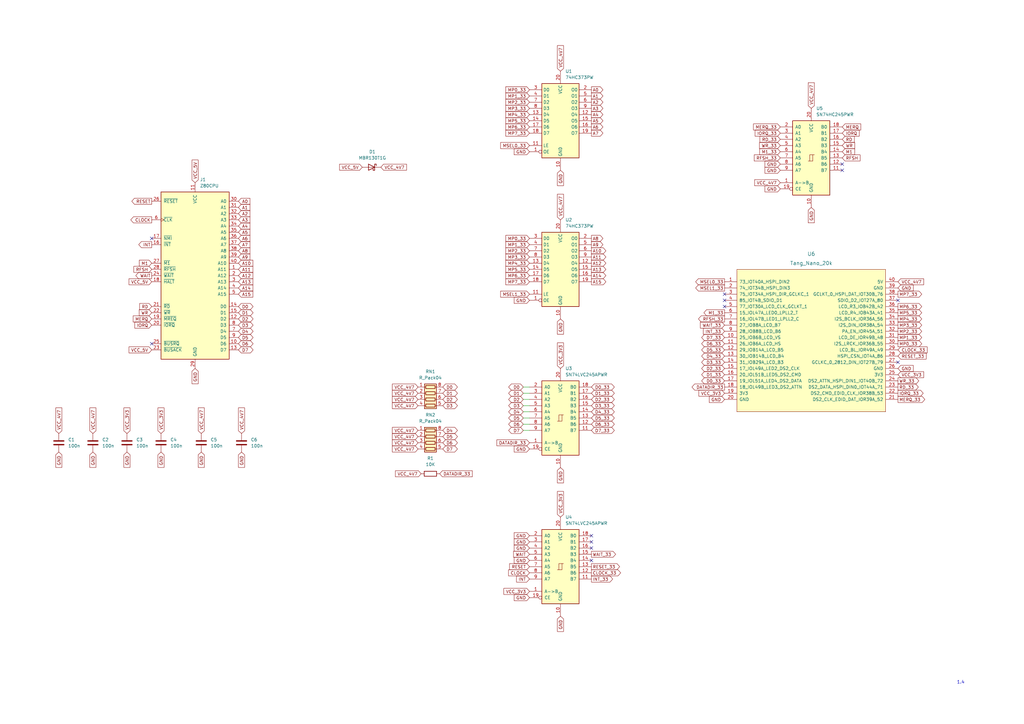
<source format=kicad_sch>
(kicad_sch (version 20211123) (generator eeschema)
  (paper "A3")
  (title_block (title "MSX-Tang Nano 9K Breakout") (date "2023-03-01"))
  (lib_symbols
    (symbol "74xx:74HC245" (pin_names (offset 1.016))
      (property "Reference" "U" (at -7.62 16.51 0))
      (property "Value" "74HC245" (at -7.62 -16.51 0))
      (symbol "74HC245_1_0"
        (polyline (pts (xy -0.635 -1.27) (xy -0.635 1.27) (xy 0.635 1.27)))
        (polyline (pts (xy -1.27 -1.27) (xy 0.635 -1.27) (xy 0.635 1.27) (xy 1.27 1.27)))
        (pin input line (at -12.7 -10.16 0) (length 5.08) (name "A->B") (number "1"))
        (pin power_in line (at 0 -20.32 90) (length 5.08) (name "GND") (number "10"))
        (pin tri_state line (at 12.7 -5.08 180) (length 5.08) (name "B7") (number "11"))
        (pin tri_state line (at 12.7 -2.54 180) (length 5.08) (name "B6") (number "12"))
        (pin tri_state line (at 12.7 0 180) (length 5.08) (name "B5") (number "13"))
        (pin tri_state line (at 12.7 2.54 180) (length 5.08) (name "B4") (number "14"))
        (pin tri_state line (at 12.7 5.08 180) (length 5.08) (name "B3") (number "15"))
        (pin tri_state line (at 12.7 7.62 180) (length 5.08) (name "B2") (number "16"))
        (pin tri_state line (at 12.7 10.16 180) (length 5.08) (name "B1") (number "17"))
        (pin tri_state line (at 12.7 12.7 180) (length 5.08) (name "B0") (number "18"))
        (pin input inverted (at -12.7 -12.7 0) (length 5.08) (name "CE") (number "19"))
        (pin tri_state line (at -12.7 12.7 0) (length 5.08) (name "A0") (number "2"))
        (pin power_in line (at 0 20.32 270) (length 5.08) (name "VCC") (number "20"))
        (pin tri_state line (at -12.7 10.16 0) (length 5.08) (name "A1") (number "3"))
        (pin tri_state line (at -12.7 7.62 0) (length 5.08) (name "A2") (number "4"))
        (pin tri_state line (at -12.7 5.08 0) (length 5.08) (name "A3") (number "5"))
        (pin tri_state line (at -12.7 2.54 0) (length 5.08) (name "A4") (number "6"))
        (pin tri_state line (at -12.7 0 0) (length 5.08) (name "A5") (number "7"))
        (pin tri_state line (at -12.7 -2.54 0) (length 5.08) (name "A6") (number "8"))
        (pin tri_state line (at -12.7 -5.08 0) (length 5.08) (name "A7") (number "9"))
      )
      (symbol "74HC245_1_1"
        (rectangle (start -7.62 15.24) (end 7.62 -15.24) (stroke (width 0.254)) (fill (type background)))
      )
    )
    (symbol "74xx:74HC373"
      (property "Reference" "U" (at -7.62 16.51 0))
      (property "Value" "74HC373" (at -7.62 -16.51 0))
      (symbol "74HC373_1_0"
        (pin input inverted (at -12.7 -12.7 0) (length 5.08) (name "OE") (number "1"))
        (pin power_in line (at 0 -20.32 90) (length 5.08) (name "GND") (number "10"))
        (pin input line (at -12.7 -10.16 0) (length 5.08) (name "LE") (number "11"))
        (pin tri_state line (at 12.7 2.54 180) (length 5.08) (name "O4") (number "12"))
        (pin input line (at -12.7 2.54 0) (length 5.08) (name "D4") (number "13"))
        (pin input line (at -12.7 0 0) (length 5.08) (name "D5") (number "14"))
        (pin tri_state line (at 12.7 0 180) (length 5.08) (name "O5") (number "15"))
        (pin tri_state line (at 12.7 -2.54 180) (length 5.08) (name "O6") (number "16"))
        (pin input line (at -12.7 -2.54 0) (length 5.08) (name "D6") (number "17"))
        (pin input line (at -12.7 -5.08 0) (length 5.08) (name "D7") (number "18"))
        (pin tri_state line (at 12.7 -5.08 180) (length 5.08) (name "O7") (number "19"))
        (pin tri_state line (at 12.7 12.7 180) (length 5.08) (name "O0") (number "2"))
        (pin power_in line (at 0 20.32 270) (length 5.08) (name "VCC") (number "20"))
        (pin input line (at -12.7 12.7 0) (length 5.08) (name "D0") (number "3"))
        (pin input line (at -12.7 10.16 0) (length 5.08) (name "D1") (number "4"))
        (pin tri_state line (at 12.7 10.16 180) (length 5.08) (name "O1") (number "5"))
        (pin tri_state line (at 12.7 7.62 180) (length 5.08) (name "O2") (number "6"))
        (pin input line (at -12.7 7.62 0) (length 5.08) (name "D2") (number "7"))
        (pin input line (at -12.7 5.08 0) (length 5.08) (name "D3") (number "8"))
        (pin tri_state line (at 12.7 5.08 180) (length 5.08) (name "O3") (number "9"))
      )
      (symbol "74HC373_1_1"
        (rectangle (start -7.62 15.24) (end 7.62 -15.24) (stroke (width 0.254)) (fill (type background)))
      )
    )
    (symbol "CPU:Z80CPU" (pin_names (offset 1.016))
      (property "Reference" "U" (at -13.97 35.56 0))
      (property "Value" "Z80CPU" (at 6.35 35.56 0))
      (symbol "Z80CPU_0_1"
        (rectangle (start -13.97 34.29) (end 13.97 -34.29) (stroke (width 0.254)) (fill (type background)))
      )
      (symbol "Z80CPU_1_1"
        (pin output line (at 17.78 2.54 180) (length 3.81) (name "A11") (number "1"))
        (pin bidirectional line (at 17.78 -27.94 180) (length 3.81) (name "D6") (number "10"))
        (pin power_in line (at 0 38.1 270) (length 3.81) (name "VCC") (number "11"))
        (pin bidirectional line (at 17.78 -17.78 180) (length 3.81) (name "D2") (number "12"))
        (pin bidirectional line (at 17.78 -30.48 180) (length 3.81) (name "D7") (number "13"))
        (pin bidirectional line (at 17.78 -12.7 180) (length 3.81) (name "D0") (number "14"))
        (pin bidirectional line (at 17.78 -15.24 180) (length 3.81) (name "D1") (number "15"))
        (pin input line (at -17.78 12.7 0) (length 3.81) (name "~{INT}") (number "16"))
        (pin input line (at -17.78 15.24 0) (length 3.81) (name "~{NMI}") (number "17"))
        (pin output line (at -17.78 -2.54 0) (length 3.81) (name "~{HALT}") (number "18"))
        (pin output line (at -17.78 -17.78 0) (length 3.81) (name "~{MREQ}") (number "19"))
        (pin output line (at 17.78 0 180) (length 3.81) (name "A12") (number "2"))
        (pin output line (at -17.78 -20.32 0) (length 3.81) (name "~{IORQ}") (number "20"))
        (pin output line (at -17.78 -12.7 0) (length 3.81) (name "~{RD}") (number "21"))
        (pin output line (at -17.78 -15.24 0) (length 3.81) (name "~{WR}") (number "22"))
        (pin output line (at -17.78 -30.48 0) (length 3.81) (name "~{BUSACK}") (number "23"))
        (pin input line (at -17.78 0 0) (length 3.81) (name "~{WAIT}") (number "24"))
        (pin input line (at -17.78 -27.94 0) (length 3.81) (name "~{BUSRQ}") (number "25"))
        (pin input line (at -17.78 30.48 0) (length 3.81) (name "~{RESET}") (number "26"))
        (pin output line (at -17.78 5.08 0) (length 3.81) (name "~{M1}") (number "27"))
        (pin output line (at -17.78 2.54 0) (length 3.81) (name "~{RFSH}") (number "28"))
        (pin power_in line (at 0 -38.1 90) (length 3.81) (name "GND") (number "29"))
        (pin output line (at 17.78 -2.54 180) (length 3.81) (name "A13") (number "3"))
        (pin output line (at 17.78 30.48 180) (length 3.81) (name "A0") (number "30"))
        (pin output line (at 17.78 27.94 180) (length 3.81) (name "A1") (number "31"))
        (pin output line (at 17.78 25.4 180) (length 3.81) (name "A2") (number "32"))
        (pin output line (at 17.78 22.86 180) (length 3.81) (name "A3") (number "33"))
        (pin output line (at 17.78 20.32 180) (length 3.81) (name "A4") (number "34"))
        (pin output line (at 17.78 17.78 180) (length 3.81) (name "A5") (number "35"))
        (pin output line (at 17.78 15.24 180) (length 3.81) (name "A6") (number "36"))
        (pin output line (at 17.78 12.7 180) (length 3.81) (name "A7") (number "37"))
        (pin output line (at 17.78 10.16 180) (length 3.81) (name "A8") (number "38"))
        (pin output line (at 17.78 7.62 180) (length 3.81) (name "A9") (number "39"))
        (pin output line (at 17.78 -5.08 180) (length 3.81) (name "A14") (number "4"))
        (pin output line (at 17.78 5.08 180) (length 3.81) (name "A10") (number "40"))
        (pin output line (at 17.78 -7.62 180) (length 3.81) (name "A15") (number "5"))
        (pin input clock (at -17.78 22.86 0) (length 3.81) (name "~{CLK}") (number "6"))
        (pin bidirectional line (at 17.78 -22.86 180) (length 3.81) (name "D4") (number "7"))
        (pin bidirectional line (at 17.78 -20.32 180) (length 3.81) (name "D3") (number "8"))
        (pin bidirectional line (at 17.78 -25.4 180) (length 3.81) (name "D5") (number "9"))
      )
    )
    (symbol "Device:C" (pin_numbers hide) (pin_names (offset 0.254))
      (property "Reference" "C" (at 0.635 2.54 0))
      (property "Value" "C" (at 0.635 -2.54 0))
      (symbol "C_0_1"
        (polyline (pts (xy -2.032 -0.762) (xy 2.032 -0.762)) (stroke (width 0.508)))
        (polyline (pts (xy -2.032 0.762) (xy 2.032 0.762)) (stroke (width 0.508)))
      )
      (symbol "C_1_1"
        (pin passive line (at 0 3.81 270) (length 2.794) (name "~") (number "1"))
        (pin passive line (at 0 -3.81 90) (length 2.794) (name "~") (number "2"))
      )
    )
    (symbol "Device:R" (pin_numbers hide) (pin_names (offset 0))
      (property "Reference" "R" (at 2.032 0 90))
      (property "Value" "R" (at 0 0 90))
      (symbol "R_0_1"
        (rectangle (start -1.016 -2.54) (end 1.016 2.54) (stroke (width 0.254)))
      )
      (symbol "R_1_1"
        (pin passive line (at 0 3.81 270) (length 1.27) (name "~") (number "1"))
        (pin passive line (at 0 -3.81 90) (length 1.27) (name "~") (number "2"))
      )
    )
    (symbol "Device:R_Pack04" (pin_names (offset 0) hide)
      (property "Reference" "RN" (at -7.62 0 90))
      (property "Value" "R_Pack04" (at 5.08 0 90))
      (symbol "R_Pack04_0_1"
        (rectangle (start -6.35 -2.413) (end 3.81 2.413) (stroke (width 0.254)) (fill (type background)))
        (rectangle (start -5.715 1.905) (end -4.445 -1.905) (stroke (width 0.254)))
        (rectangle (start -3.175 1.905) (end -1.905 -1.905) (stroke (width 0.254)))
        (rectangle (start -0.635 1.905) (end 0.635 -1.905) (stroke (width 0.254)))
        (polyline (pts (xy -5.08 -2.54) (xy -5.08 -1.905)))
        (polyline (pts (xy -5.08 1.905) (xy -5.08 2.54)))
        (polyline (pts (xy -2.54 -2.54) (xy -2.54 -1.905)))
        (polyline (pts (xy -2.54 1.905) (xy -2.54 2.54)))
        (polyline (pts (xy 0 -2.54) (xy 0 -1.905)))
        (polyline (pts (xy 0 1.905) (xy 0 2.54)))
        (polyline (pts (xy 2.54 -2.54) (xy 2.54 -1.905)))
        (polyline (pts (xy 2.54 1.905) (xy 2.54 2.54)))
        (rectangle (start 1.905 1.905) (end 3.175 -1.905) (stroke (width 0.254)))
      )
      (symbol "R_Pack04_1_1"
        (pin passive line (at -5.08 -5.08 90) (length 2.54) (name "R1.1") (number "1"))
        (pin passive line (at -2.54 -5.08 90) (length 2.54) (name "R2.1") (number "2"))
        (pin passive line (at 0 -5.08 90) (length 2.54) (name "R3.1") (number "3"))
        (pin passive line (at 2.54 -5.08 90) (length 2.54) (name "R4.1") (number "4"))
        (pin passive line (at 2.54 5.08 270) (length 2.54) (name "R4.2") (number "5"))
        (pin passive line (at 0 5.08 270) (length 2.54) (name "R3.2") (number "6"))
        (pin passive line (at -2.54 5.08 270) (length 2.54) (name "R2.2") (number "7"))
        (pin passive line (at -5.08 5.08 270) (length 2.54) (name "R1.2") (number "8"))
      )
    )
    (symbol "Diode:1N5817" (pin_numbers hide) (pin_names (offset 1.016) hide)
      (property "Reference" "D" (at 0 2.54 0))
      (property "Value" "1N5817" (at 0 -2.54 0))
      (symbol "1N5817_0_1"
        (polyline (pts (xy 1.27 0) (xy -1.27 0)))
        (polyline (pts (xy 1.27 1.27) (xy 1.27 -1.27) (xy -1.27 0) (xy 1.27 1.27)) (stroke (width 0.254)))
        (polyline (pts (xy -1.905 0.635) (xy -1.905 1.27) (xy -1.27 1.27) (xy -1.27 -1.27) (xy -0.635 -1.27) (xy -0.635 -0.635)) (stroke (width 0.254)))
      )
      (symbol "1N5817_1_1"
        (pin passive line (at -3.81 0 0) (length 2.54) (name "K") (number "1"))
        (pin passive line (at 3.81 0 180) (length 2.54) (name "A") (number "2"))
      )
    )
    (symbol "Mi_libreria:SN74LVC245AN" (pin_names (offset 1.016))
      (property "Reference" "U" (at -7.62 16.51 0))
      (property "Value" "SN74LVC245AN" (at -7.62 -16.51 0))
      (symbol "SN74LVC245AN_1_0"
        (polyline (pts (xy -0.635 -1.27) (xy -0.635 1.27) (xy 0.635 1.27)))
        (polyline (pts (xy -1.27 -1.27) (xy 0.635 -1.27) (xy 0.635 1.27) (xy 1.27 1.27)))
        (pin input line (at -12.7 -10.16 0) (length 5.08) (name "A->B") (number "1"))
        (pin power_in line (at 0 -20.32 90) (length 5.08) (name "GND") (number "10"))
        (pin tri_state line (at 12.7 -5.08 180) (length 5.08) (name "B7") (number "11"))
        (pin tri_state line (at 12.7 -2.54 180) (length 5.08) (name "B6") (number "12"))
        (pin tri_state line (at 12.7 0 180) (length 5.08) (name "B5") (number "13"))
        (pin tri_state line (at 12.7 2.54 180) (length 5.08) (name "B4") (number "14"))
        (pin tri_state line (at 12.7 5.08 180) (length 5.08) (name "B3") (number "15"))
        (pin tri_state line (at 12.7 7.62 180) (length 5.08) (name "B2") (number "16"))
        (pin tri_state line (at 12.7 10.16 180) (length 5.08) (name "B1") (number "17"))
        (pin tri_state line (at 12.7 12.7 180) (length 5.08) (name "B0") (number "18"))
        (pin input inverted (at -12.7 -12.7 0) (length 5.08) (name "CE") (number "19"))
        (pin tri_state line (at -12.7 12.7 0) (length 5.08) (name "A0") (number "2"))
        (pin power_in line (at 0 20.32 270) (length 5.08) (name "VCC") (number "20"))
        (pin tri_state line (at -12.7 10.16 0) (length 5.08) (name "A1") (number "3"))
        (pin tri_state line (at -12.7 7.62 0) (length 5.08) (name "A2") (number "4"))
        (pin tri_state line (at -12.7 5.08 0) (length 5.08) (name "A3") (number "5"))
        (pin tri_state line (at -12.7 2.54 0) (length 5.08) (name "A4") (number "6"))
        (pin tri_state line (at -12.7 0 0) (length 5.08) (name "A5") (number "7"))
        (pin tri_state line (at -12.7 -2.54 0) (length 5.08) (name "A6") (number "8"))
        (pin tri_state line (at -12.7 -5.08 0) (length 5.08) (name "A7") (number "9"))
      )
      (symbol "SN74LVC245AN_1_1"
        (rectangle (start -7.62 15.24) (end 7.62 -15.24) (stroke (width 0.254)) (fill (type background)))
      )
    )
    (symbol "Mi_libreria:Tang_Nano_20k" (pin_names (offset 1.016))
      (property "Reference" "U" (at -3.81 7.62 0))
      (property "Value" "Tang_Nano_20k" (at -10.16 2.54 0))
      (symbol "Tang_Nano_20k_1_0"
        (pin bidirectional line (at -35.56 22.86 0) (length 5) (name "73_IOT40A_HSPI_DIN2") (number "1"))
        (pin bidirectional line (at -35.56 0 0) (length 5) (name "25_IOB6B_LCD_VS") (number "10"))
        (pin bidirectional line (at -35.56 -2.54 0) (length 5) (name "26_IOB6A_LCD_HS") (number "11"))
        (pin bidirectional line (at -35.56 -5.08 0) (length 5) (name "29_IOB14A_LCD_B5") (number "12"))
        (pin bidirectional line (at -35.56 -7.62 0) (length 5) (name "30_IOB14B_LCD_B4") (number "13"))
        (pin bidirectional line (at -35.56 -10.16 0) (length 5) (name "31_IOB29A_LCD_B3") (number "14"))
        (pin bidirectional line (at -35.56 -12.7 0) (length 5) (name "17_IOL49A_LED2_DS2_CLK") (number "15"))
        (pin bidirectional line (at -35.56 -15.24 0) (length 5) (name "20_IOL51B_LED5_DS2_CMD") (number "16"))
        (pin bidirectional line (at -35.56 -17.78 0) (length 5) (name "19_IOL51A_LED4_DS2_DATA") (number "17"))
        (pin bidirectional line (at -35.56 -20.32 0) (length 5) (name "18_IOL49B_LED3_DS2_ATTN") (number "18"))
        (pin bidirectional line (at -35.56 -22.86 0) (length 5) (name "3V3") (number "19"))
        (pin bidirectional line (at -35.56 20.32 0) (length 5) (name "74_IOT34B_HSPI_DIN3") (number "2"))
        (pin bidirectional line (at -35.56 -25.4 0) (length 5) (name "GND") (number "20"))
        (pin bidirectional line (at 35.56 -25.4 180) (length 5) (name "DS2_CLK_EDID_DAT_IOR39A_52") (number "21"))
        (pin bidirectional line (at 35.56 -22.86 180) (length 5) (name "DS2_CMD_EDID_CLK_IOR38B_53") (number "22"))
        (pin bidirectional line (at 35.56 -20.32 180) (length 5) (name "DS2_DATA_HSPI_DIN0_IOT44A_71") (number "23"))
        (pin bidirectional line (at 35.56 -17.78 180) (length 5) (name "DS2_ATTN_HSPI_DIN1_IOT40B_72") (number "24"))
        (pin bidirectional line (at 35.56 -15.24 180) (length 5) (name "3V3") (number "25"))
        (pin bidirectional line (at 35.56 -12.7 180) (length 5) (name "GND") (number "26"))
        (pin bidirectional line (at 35.56 -10.16 180) (length 5) (name "GCLKC_0_2812_DIN_IOT27B_79") (number "27"))
        (pin bidirectional line (at 35.56 -7.62 180) (length 5) (name "HSPI_CSN_IOT4A_86") (number "28"))
        (pin bidirectional line (at 35.56 -5.08 180) (length 5) (name "LCD_BL_IOR49A_49") (number "29"))
        (pin bidirectional line (at -35.56 17.78 0) (length 5) (name "75_IOT34A_HSPI_DIR_GCLKC_1") (number "3"))
        (pin bidirectional line (at 35.56 -2.54 180) (length 5) (name "I2S_LRCK_IOR36B_55") (number "30"))
        (pin bidirectional line (at 35.56 0 180) (length 5) (name "LCD_DE_IOR49B_48") (number "31"))
        (pin bidirectional line (at 35.56 2.54 180) (length 5) (name "PA_EN_IOR45A_51") (number "32"))
        (pin bidirectional line (at 35.56 5.08 180) (length 5) (name "I2S_DIN_IOR38A_54") (number "33"))
        (pin bidirectional line (at 35.56 7.62 180) (length 5) (name "I2S_BCLK_IOR36A_56") (number "34"))
        (pin bidirectional line (at 35.56 10.16 180) (length 5) (name "LCD_R4_IOB43A_41") (number "35"))
        (pin bidirectional line (at 35.56 12.7 180) (length 5) (name "LCD_R3_IOB42B_42") (number "36"))
        (pin bidirectional line (at 35.56 15.24 180) (length 5) (name "SDIO_D2_IOT27A_80") (number "37"))
        (pin bidirectional line (at 35.56 17.78 180) (length 5) (name "GCLKT_0_HSPI_DAT_IOT30B_76") (number "38"))
        (pin bidirectional line (at 35.56 20.32 180) (length 5) (name "GND") (number "39"))
        (pin bidirectional line (at -35.56 15.24 0) (length 5) (name "85_IOT4B_SDIO_D1") (number "4"))
        (pin bidirectional line (at 35.56 22.86 180) (length 5) (name "5V") (number "40"))
        (pin bidirectional line (at -35.56 12.7 0) (length 5) (name "77_IOT30A_LCD_CLK_GCLKT_1") (number "5"))
        (pin bidirectional line (at -35.56 10.16 0) (length 5) (name "15_IOL47A_LED0_LPLL2_T") (number "6"))
        (pin bidirectional line (at -35.56 7.62 0) (length 5) (name "16_IOL47B_LED1_LPLL2_C") (number "7"))
        (pin bidirectional line (at -35.56 5.08 0) (length 5) (name "27_IOB8A_LCD_B7") (number "8"))
        (pin bidirectional line (at -35.56 2.54 0) (length 5) (name "28_IOB8B_LCD_B6") (number "9"))
      )
      (symbol "Tang_Nano_20k_1_1"
        (rectangle (start -30.48 27.94) (end 30.48 -30.48) (fill (type background)))
      )
    )
  )
  (no_connect (at 62.23 140.97))
  (no_connect (at 368.3 148.59))
  (no_connect (at 297.18 120.65))
  (no_connect (at 368.3 123.19))
  (no_connect (at 345.44 69.85))
  (no_connect (at 242.57 222.25))
  (no_connect (at 242.57 229.87))
  (no_connect (at 297.18 125.73))
  (no_connect (at 297.18 123.19))
  (no_connect (at 62.23 97.79))
  (no_connect (at 242.57 219.71))
  (no_connect (at 242.57 224.79))
  (no_connect (at 345.44 67.31))
  (wire (pts (xy 214.63 173.99) (xy 217.17 173.99)))
  (wire (pts (xy 214.63 158.75) (xy 217.17 158.75)))
  (wire (pts (xy 214.63 176.53) (xy 217.17 176.53)))
  (wire (pts (xy 214.63 171.45) (xy 217.17 171.45)))
  (wire (pts (xy 214.63 168.91) (xy 217.17 168.91)))
  (wire (pts (xy 214.63 163.83) (xy 217.17 163.83)))
  (wire (pts (xy 214.63 161.29) (xy 217.17 161.29)))
  (wire (pts (xy 214.63 166.37) (xy 217.17 166.37)))
  (text "1.4" (at 392.43 280.67 0) (effects (font (size 1.27 1.27)) (justify left bottom)))
  (global_label "GND" (shape input) (at 229.87 130.81 270) (property "Intersheet References" "${INTERSHEET_REFS}" (effects hide)))
  (global_label "VCC_3V3" (shape input) (at 66.04 177.8 90) (property "Intersheet References" "${INTERSHEET_REFS}" (effects hide)))
  (global_label "GND" (shape input) (at 297.18 163.83 180) (property "Intersheet References" "${INTERSHEET_REFS}" (effects hide)))
  (global_label "MP1_33" (shape input) (at 217.17 100.33 180) (property "Intersheet References" "${INTERSHEET_REFS}" (effects hide)))
  (global_label "D1" (shape bidirectional) (at 97.79 128.27 0) (property "Intersheet References" "${INTERSHEET_REFS}" (effects hide)))
  (global_label "D4" (shape bidirectional) (at 97.79 135.89 0) (property "Intersheet References" "${INTERSHEET_REFS}" (effects hide)))
  (global_label "MP4_33" (shape input) (at 217.17 107.95 180) (property "Intersheet References" "${INTERSHEET_REFS}" (effects hide)))
  (global_label "MP3_33" (shape input) (at 217.17 105.41 180) (property "Intersheet References" "${INTERSHEET_REFS}" (effects hide)))
  (global_label "MP0_33" (shape input) (at 217.17 97.79 180) (property "Intersheet References" "${INTERSHEET_REFS}" (effects hide)))
  (global_label "WAIT_33" (shape output) (at 242.57 227.33 0) (property "Intersheet References" "${INTERSHEET_REFS}" (effects hide)))
  (global_label "GND" (shape input) (at 38.1 185.42 270) (property "Intersheet References" "${INTERSHEET_REFS}" (effects hide)))
  (global_label "VCC_5V" (shape input) (at 62.23 115.57 180) (property "Intersheet References" "${INTERSHEET_REFS}" (effects hide)))
  (global_label "VCC_4V7" (shape input) (at 24.13 177.8 90) (property "Intersheet References" "${INTERSHEET_REFS}" (effects hide)))
  (global_label "WR" (shape input) (at 62.23 128.27 180) (property "Intersheet References" "${INTERSHEET_REFS}" (effects hide)))
  (global_label "GND" (shape input) (at 217.17 62.23 180) (property "Intersheet References" "${INTERSHEET_REFS}" (effects hide)))
  (global_label "RD_33" (shape input) (at 320.04 57.15 180) (property "Intersheet References" "${INTERSHEET_REFS}" (effects hide)))
  (global_label "MP6_33" (shape output) (at 368.3 125.73 0) (property "Intersheet References" "${INTERSHEET_REFS}" (effects hide)))
  (global_label "A2" (shape input) (at 97.79 87.63 0) (property "Intersheet References" "${INTERSHEET_REFS}" (effects hide)))
  (global_label "D3" (shape bidirectional) (at 214.63 166.37 180) (property "Intersheet References" "${INTERSHEET_REFS}" (effects hide)))
  (global_label "DATADIR_33" (shape input) (at 180.34 194.31 0) (property "Intersheet References" "${INTERSHEET_REFS}" (effects hide)))
  (global_label "IORQ_33" (shape input) (at 320.04 54.61 180) (property "Intersheet References" "${INTERSHEET_REFS}" (effects hide)))
  (global_label "MERQ_33" (shape input) (at 320.04 52.07 180) (property "Intersheet References" "${INTERSHEET_REFS}" (effects hide)))
  (global_label "VCC_5V" (shape input) (at 62.23 143.51 180) (property "Intersheet References" "${INTERSHEET_REFS}" (effects hide)))
  (global_label "GND" (shape input) (at 217.17 229.87 180) (property "Intersheet References" "${INTERSHEET_REFS}" (effects hide)))
  (global_label "A4" (shape input) (at 97.79 92.71 0) (property "Intersheet References" "${INTERSHEET_REFS}" (effects hide)))
  (global_label "A5" (shape input) (at 97.79 95.25 0) (property "Intersheet References" "${INTERSHEET_REFS}" (effects hide)))
  (global_label "VCC_4V7" (shape input) (at 171.45 176.53 180) (property "Intersheet References" "${INTERSHEET_REFS}" (effects hide)))
  (global_label "CLOCK_33" (shape output) (at 242.57 234.95 0) (property "Intersheet References" "${INTERSHEET_REFS}" (effects hide)))
  (global_label "RD" (shape input) (at 62.23 125.73 180) (property "Intersheet References" "${INTERSHEET_REFS}" (effects hide)))
  (global_label "VCC_5V" (shape input) (at 148.59 68.58 180) (property "Intersheet References" "${INTERSHEET_REFS}" (effects hide)))
  (global_label "A8" (shape output) (at 242.57 97.79 0) (property "Intersheet References" "${INTERSHEET_REFS}" (effects hide)))
  (global_label "A0" (shape input) (at 97.79 82.55 0) (property "Intersheet References" "${INTERSHEET_REFS}" (effects hide)))
  (global_label "MP6_33" (shape input) (at 217.17 113.03 180) (property "Intersheet References" "${INTERSHEET_REFS}" (effects hide)))
  (global_label "A13" (shape input) (at 97.79 115.57 0) (property "Intersheet References" "${INTERSHEET_REFS}" (effects hide)))
  (global_label "D2" (shape bidirectional) (at 97.79 130.81 0) (property "Intersheet References" "${INTERSHEET_REFS}" (effects hide)))
  (global_label "A9" (shape input) (at 97.79 105.41 0) (property "Intersheet References" "${INTERSHEET_REFS}" (effects hide)))
  (global_label "D6_33" (shape bidirectional) (at 242.57 173.99 0) (property "Intersheet References" "${INTERSHEET_REFS}" (effects hide)))
  (global_label "D0" (shape bidirectional) (at 214.63 158.75 180) (property "Intersheet References" "${INTERSHEET_REFS}" (effects hide)))
  (global_label "GND" (shape input) (at 80.01 151.13 270) (property "Intersheet References" "${INTERSHEET_REFS}" (effects hide)))
  (global_label "D2" (shape bidirectional) (at 181.61 163.83 0) (property "Intersheet References" "${INTERSHEET_REFS}" (effects hide)))
  (global_label "RFSH_33" (shape input) (at 320.04 64.77 180) (property "Intersheet References" "${INTERSHEET_REFS}" (effects hide)))
  (global_label "M1_33" (shape output) (at 297.18 128.27 180) (property "Intersheet References" "${INTERSHEET_REFS}" (effects hide)))
  (global_label "D4_33" (shape bidirectional) (at 297.18 146.05 180) (property "Intersheet References" "${INTERSHEET_REFS}" (effects hide)))
  (global_label "MERQ_33" (shape output) (at 368.3 163.83 0) (property "Intersheet References" "${INTERSHEET_REFS}" (effects hide)))
  (global_label "A15" (shape input) (at 97.79 120.65 0) (property "Intersheet References" "${INTERSHEET_REFS}" (effects hide)))
  (global_label "D0_33" (shape bidirectional) (at 242.57 158.75 0) (property "Intersheet References" "${INTERSHEET_REFS}" (effects hide)))
  (global_label "D1_33" (shape bidirectional) (at 297.18 153.67 180) (property "Intersheet References" "${INTERSHEET_REFS}" (effects hide)))
  (global_label "MP2_33" (shape input) (at 217.17 102.87 180) (property "Intersheet References" "${INTERSHEET_REFS}" (effects hide)))
  (global_label "GND" (shape input) (at 217.17 245.11 180) (property "Intersheet References" "${INTERSHEET_REFS}" (effects hide)))
  (global_label "A13" (shape output) (at 242.57 110.49 0) (property "Intersheet References" "${INTERSHEET_REFS}" (effects hide)))
  (global_label "A7" (shape input) (at 97.79 100.33 0) (property "Intersheet References" "${INTERSHEET_REFS}" (effects hide)))
  (global_label "D7" (shape bidirectional) (at 97.79 143.51 0) (property "Intersheet References" "${INTERSHEET_REFS}" (effects hide)))
  (global_label "A14" (shape input) (at 97.79 118.11 0) (property "Intersheet References" "${INTERSHEET_REFS}" (effects hide)))
  (global_label "VCC_4V7" (shape input) (at 332.74 44.45 90) (property "Intersheet References" "${INTERSHEET_REFS}" (effects hide)))
  (global_label "CLOCK" (shape input) (at 217.17 234.95 180) (property "Intersheet References" "${INTERSHEET_REFS}" (effects hide)))
  (global_label "VCC_4V7" (shape input) (at 171.45 166.37 180) (property "Intersheet References" "${INTERSHEET_REFS}" (effects hide)))
  (global_label "D4_33" (shape bidirectional) (at 242.57 168.91 0) (property "Intersheet References" "${INTERSHEET_REFS}" (effects hide)))
  (global_label "INT" (shape input) (at 217.17 237.49 180) (property "Intersheet References" "${INTERSHEET_REFS}" (effects hide)))
  (global_label "A15" (shape output) (at 242.57 115.57 0) (property "Intersheet References" "${INTERSHEET_REFS}" (effects hide)))
  (global_label "GND" (shape input) (at 217.17 224.79 180) (property "Intersheet References" "${INTERSHEET_REFS}" (effects hide)))
  (global_label "D6" (shape bidirectional) (at 181.61 181.61 0) (property "Intersheet References" "${INTERSHEET_REFS}" (effects hide)))
  (global_label "GND" (shape input) (at 368.3 151.13 0) (property "Intersheet References" "${INTERSHEET_REFS}" (effects hide)))
  (global_label "DATADIR_33" (shape output) (at 297.18 158.75 180) (property "Intersheet References" "${INTERSHEET_REFS}" (effects hide)))
  (global_label "D4" (shape bidirectional) (at 214.63 168.91 180) (property "Intersheet References" "${INTERSHEET_REFS}" (effects hide)))
  (global_label "D3_33" (shape bidirectional) (at 297.18 148.59 180) (property "Intersheet References" "${INTERSHEET_REFS}" (effects hide)))
  (global_label "VCC_3V3" (shape input) (at 229.87 151.13 90) (property "Intersheet References" "${INTERSHEET_REFS}" (effects hide)))
  (global_label "A11" (shape output) (at 242.57 105.41 0) (property "Intersheet References" "${INTERSHEET_REFS}" (effects hide)))
  (global_label "VCC_3V3" (shape input) (at 297.18 161.29 180) (property "Intersheet References" "${INTERSHEET_REFS}" (effects hide)))
  (global_label "VCC_4V7" (shape input) (at 171.45 179.07 180) (property "Intersheet References" "${INTERSHEET_REFS}" (effects hide)))
  (global_label "VCC_4V7" (shape input) (at 156.21 68.58 0) (property "Intersheet References" "${INTERSHEET_REFS}" (effects hide)))
  (global_label "MP7_33" (shape input) (at 217.17 115.57 180) (property "Intersheet References" "${INTERSHEET_REFS}" (effects hide)))
  (global_label "GND" (shape input) (at 332.74 85.09 270) (property "Intersheet References" "${INTERSHEET_REFS}" (effects hide)))
  (global_label "MP5_33" (shape output) (at 368.3 128.27 0) (property "Intersheet References" "${INTERSHEET_REFS}" (effects hide)))
  (global_label "MP7_33" (shape output) (at 368.3 120.65 0) (property "Intersheet References" "${INTERSHEET_REFS}" (effects hide)))
  (global_label "D2_33" (shape bidirectional) (at 242.57 163.83 0) (property "Intersheet References" "${INTERSHEET_REFS}" (effects hide)))
  (global_label "VCC_4V7" (shape input) (at 171.45 161.29 180) (property "Intersheet References" "${INTERSHEET_REFS}" (effects hide)))
  (global_label "VCC_5V" (shape input) (at 80.01 74.93 90) (property "Intersheet References" "${INTERSHEET_REFS}" (effects hide)))
  (global_label "RD" (shape input) (at 345.44 57.15 0) (property "Intersheet References" "${INTERSHEET_REFS}" (effects hide)))
  (global_label "D5" (shape bidirectional) (at 181.61 179.07 0) (property "Intersheet References" "${INTERSHEET_REFS}" (effects hide)))
  (global_label "MERQ" (shape input) (at 345.44 52.07 0) (property "Intersheet References" "${INTERSHEET_REFS}" (effects hide)))
  (global_label "D0_33" (shape bidirectional) (at 297.18 156.21 180) (property "Intersheet References" "${INTERSHEET_REFS}" (effects hide)))
  (global_label "D7_33" (shape bidirectional) (at 297.18 138.43 180) (property "Intersheet References" "${INTERSHEET_REFS}" (effects hide)))
  (global_label "MP7_33" (shape input) (at 217.17 54.61 180) (property "Intersheet References" "${INTERSHEET_REFS}" (effects hide)))
  (global_label "WR_33" (shape output) (at 368.3 156.21 0) (property "Intersheet References" "${INTERSHEET_REFS}" (effects hide)))
  (global_label "A14" (shape output) (at 242.57 113.03 0) (property "Intersheet References" "${INTERSHEET_REFS}" (effects hide)))
  (global_label "VCC_3V3" (shape input) (at 52.07 177.8 90) (property "Intersheet References" "${INTERSHEET_REFS}" (effects hide)))
  (global_label "D6_33" (shape bidirectional) (at 297.18 140.97 180) (property "Intersheet References" "${INTERSHEET_REFS}" (effects hide)))
  (global_label "VCC_4V7" (shape input) (at 171.45 163.83 180) (property "Intersheet References" "${INTERSHEET_REFS}" (effects hide)))
  (global_label "A0" (shape output) (at 242.57 36.83 0) (property "Intersheet References" "${INTERSHEET_REFS}" (effects hide)))
  (global_label "A6" (shape output) (at 242.57 52.07 0) (property "Intersheet References" "${INTERSHEET_REFS}" (effects hide)))
  (global_label "D6" (shape bidirectional) (at 97.79 140.97 0) (property "Intersheet References" "${INTERSHEET_REFS}" (effects hide)))
  (global_label "GND" (shape input) (at 229.87 191.77 270) (property "Intersheet References" "${INTERSHEET_REFS}" (effects hide)))
  (global_label "MP2_33" (shape input) (at 217.17 41.91 180) (property "Intersheet References" "${INTERSHEET_REFS}" (effects hide)))
  (global_label "MP3_33" (shape output) (at 368.3 133.35 0) (property "Intersheet References" "${INTERSHEET_REFS}" (effects hide)))
  (global_label "WR" (shape input) (at 345.44 59.69 0) (property "Intersheet References" "${INTERSHEET_REFS}" (effects hide)))
  (global_label "RESET" (shape output) (at 62.23 82.55 180) (property "Intersheet References" "${INTERSHEET_REFS}" (effects hide)))
  (global_label "D4" (shape bidirectional) (at 181.61 176.53 0) (property "Intersheet References" "${INTERSHEET_REFS}" (effects hide)))
  (global_label "D3" (shape bidirectional) (at 181.61 166.37 0) (property "Intersheet References" "${INTERSHEET_REFS}" (effects hide)))
  (global_label "A3" (shape input) (at 97.79 90.17 0) (property "Intersheet References" "${INTERSHEET_REFS}" (effects hide)))
  (global_label "A7" (shape output) (at 242.57 54.61 0) (property "Intersheet References" "${INTERSHEET_REFS}" (effects hide)))
  (global_label "D5_33" (shape bidirectional) (at 297.18 143.51 180) (property "Intersheet References" "${INTERSHEET_REFS}" (effects hide)))
  (global_label "IORQ_33" (shape output) (at 368.3 161.29 0) (property "Intersheet References" "${INTERSHEET_REFS}" (effects hide)))
  (global_label "RESET_33" (shape output) (at 242.57 232.41 0) (property "Intersheet References" "${INTERSHEET_REFS}" (effects hide)))
  (global_label "MP5_33" (shape input) (at 217.17 110.49 180) (property "Intersheet References" "${INTERSHEET_REFS}" (effects hide)))
  (global_label "VCC_4V7" (shape input) (at 171.45 184.15 180) (property "Intersheet References" "${INTERSHEET_REFS}" (effects hide)))
  (global_label "MP0_33" (shape output) (at 368.3 140.97 0) (property "Intersheet References" "${INTERSHEET_REFS}" (effects hide)))
  (global_label "M1_33" (shape input) (at 320.04 62.23 180) (property "Intersheet References" "${INTERSHEET_REFS}" (effects hide)))
  (global_label "GND" (shape input) (at 229.87 69.85 270) (property "Intersheet References" "${INTERSHEET_REFS}" (effects hide)))
  (global_label "INT_33" (shape input) (at 297.18 135.89 180) (property "Intersheet References" "${INTERSHEET_REFS}" (effects hide)))
  (global_label "DATADIR_33" (shape input) (at 217.17 181.61 180) (property "Intersheet References" "${INTERSHEET_REFS}" (effects hide)))
  (global_label "A8" (shape input) (at 97.79 102.87 0) (property "Intersheet References" "${INTERSHEET_REFS}" (effects hide)))
  (global_label "A4" (shape output) (at 242.57 46.99 0) (property "Intersheet References" "${INTERSHEET_REFS}" (effects hide)))
  (global_label "WAIT" (shape output) (at 62.23 113.03 180) (property "Intersheet References" "${INTERSHEET_REFS}" (effects hide)))
  (global_label "GND" (shape input) (at 217.17 219.71 180) (property "Intersheet References" "${INTERSHEET_REFS}" (effects hide)))
  (global_label "A3" (shape output) (at 242.57 44.45 0) (property "Intersheet References" "${INTERSHEET_REFS}" (effects hide)))
  (global_label "M1" (shape input) (at 345.44 62.23 0) (property "Intersheet References" "${INTERSHEET_REFS}" (effects hide)))
  (global_label "D5" (shape bidirectional) (at 214.63 171.45 180) (property "Intersheet References" "${INTERSHEET_REFS}" (effects hide)))
  (global_label "VCC_4V7" (shape input) (at 38.1 177.8 90) (property "Intersheet References" "${INTERSHEET_REFS}" (effects hide)))
  (global_label "A5" (shape output) (at 242.57 49.53 0) (property "Intersheet References" "${INTERSHEET_REFS}" (effects hide)))
  (global_label "GND" (shape input) (at 82.55 185.42 270) (property "Intersheet References" "${INTERSHEET_REFS}" (effects hide)))
  (global_label "D2" (shape bidirectional) (at 214.63 163.83 180) (property "Intersheet References" "${INTERSHEET_REFS}" (effects hide)))
  (global_label "VCC_4V7" (shape input) (at 171.45 158.75 180) (property "Intersheet References" "${INTERSHEET_REFS}" (effects hide)))
  (global_label "INT_33" (shape output) (at 242.57 237.49 0) (property "Intersheet References" "${INTERSHEET_REFS}" (effects hide)))
  (global_label "D1" (shape bidirectional) (at 214.63 161.29 180) (property "Intersheet References" "${INTERSHEET_REFS}" (effects hide)))
  (global_label "MSEL0_33" (shape output) (at 297.18 115.57 180) (property "Intersheet References" "${INTERSHEET_REFS}" (effects hide)))
  (global_label "RFSH_33" (shape output) (at 297.18 130.81 180) (property "Intersheet References" "${INTERSHEET_REFS}" (effects hide)))
  (global_label "D7" (shape bidirectional) (at 214.63 176.53 180) (property "Intersheet References" "${INTERSHEET_REFS}" (effects hide)))
  (global_label "GND" (shape input) (at 320.04 69.85 180) (property "Intersheet References" "${INTERSHEET_REFS}" (effects hide)))
  (global_label "CLOCK_33" (shape input) (at 368.3 143.51 0) (property "Intersheet References" "${INTERSHEET_REFS}" (effects hide)))
  (global_label "GND" (shape input) (at 320.04 67.31 180) (property "Intersheet References" "${INTERSHEET_REFS}" (effects hide)))
  (global_label "RESET" (shape input) (at 217.17 232.41 180) (property "Intersheet References" "${INTERSHEET_REFS}" (effects hide)))
  (global_label "WAIT_33" (shape input) (at 297.18 133.35 180) (property "Intersheet References" "${INTERSHEET_REFS}" (effects hide)))
  (global_label "A10" (shape output) (at 242.57 102.87 0) (property "Intersheet References" "${INTERSHEET_REFS}" (effects hide)))
  (global_label "D7" (shape bidirectional) (at 181.61 184.15 0) (property "Intersheet References" "${INTERSHEET_REFS}" (effects hide)))
  (global_label "RESET_33" (shape input) (at 368.3 146.05 0) (property "Intersheet References" "${INTERSHEET_REFS}" (effects hide)))
  (global_label "GND" (shape input) (at 24.13 185.42 270) (property "Intersheet References" "${INTERSHEET_REFS}" (effects hide)))
  (global_label "D1" (shape bidirectional) (at 181.61 161.29 0) (property "Intersheet References" "${INTERSHEET_REFS}" (effects hide)))
  (global_label "A6" (shape input) (at 97.79 97.79 0) (property "Intersheet References" "${INTERSHEET_REFS}" (effects hide)))
  (global_label "MP1_33" (shape input) (at 217.17 39.37 180) (property "Intersheet References" "${INTERSHEET_REFS}" (effects hide)))
  (global_label "A1" (shape output) (at 242.57 39.37 0) (property "Intersheet References" "${INTERSHEET_REFS}" (effects hide)))
  (global_label "D3_33" (shape bidirectional) (at 242.57 166.37 0) (property "Intersheet References" "${INTERSHEET_REFS}" (effects hide)))
  (global_label "M1" (shape input) (at 62.23 107.95 180) (property "Intersheet References" "${INTERSHEET_REFS}" (effects hide)))
  (global_label "INT" (shape output) (at 62.23 100.33 180) (property "Intersheet References" "${INTERSHEET_REFS}" (effects hide)))
  (global_label "RFSH" (shape input) (at 345.44 64.77 0) (property "Intersheet References" "${INTERSHEET_REFS}" (effects hide)))
  (global_label "D5_33" (shape bidirectional) (at 242.57 171.45 0) (property "Intersheet References" "${INTERSHEET_REFS}" (effects hide)))
  (global_label "MP3_33" (shape input) (at 217.17 44.45 180) (property "Intersheet References" "${INTERSHEET_REFS}" (effects hide)))
  (global_label "VCC_3V3" (shape input) (at 368.3 153.67 0) (property "Intersheet References" "${INTERSHEET_REFS}" (effects hide)))
  (global_label "VCC_4V7" (shape input) (at 172.72 194.31 180) (property "Intersheet References" "${INTERSHEET_REFS}" (effects hide)))
  (global_label "GND" (shape input) (at 368.3 118.11 0) (property "Intersheet References" "${INTERSHEET_REFS}" (effects hide)))
  (global_label "D0" (shape bidirectional) (at 181.61 158.75 0) (property "Intersheet References" "${INTERSHEET_REFS}" (effects hide)))
  (global_label "D0" (shape bidirectional) (at 97.79 125.73 0) (property "Intersheet References" "${INTERSHEET_REFS}" (effects hide)))
  (global_label "MP5_33" (shape input) (at 217.17 49.53 180) (property "Intersheet References" "${INTERSHEET_REFS}" (effects hide)))
  (global_label "VCC_3V3" (shape input) (at 229.87 212.09 90) (property "Intersheet References" "${INTERSHEET_REFS}" (effects hide)))
  (global_label "A2" (shape output) (at 242.57 41.91 0) (property "Intersheet References" "${INTERSHEET_REFS}" (effects hide)))
  (global_label "GND" (shape input) (at 320.04 77.47 180) (property "Intersheet References" "${INTERSHEET_REFS}" (effects hide)))
  (global_label "VCC_4V7" (shape input) (at 368.3 115.57 0) (property "Intersheet References" "${INTERSHEET_REFS}" (effects hide)))
  (global_label "D2_33" (shape bidirectional) (at 297.18 151.13 180) (property "Intersheet References" "${INTERSHEET_REFS}" (effects hide)))
  (global_label "MERQ" (shape input) (at 62.23 130.81 180) (property "Intersheet References" "${INTERSHEET_REFS}" (effects hide)))
  (global_label "IORQ" (shape input) (at 62.23 133.35 180) (property "Intersheet References" "${INTERSHEET_REFS}" (effects hide)))
  (global_label "VCC_3V3" (shape input) (at 217.17 242.57 180) (property "Intersheet References" "${INTERSHEET_REFS}" (effects hide)))
  (global_label "RFSH" (shape input) (at 62.23 110.49 180) (property "Intersheet References" "${INTERSHEET_REFS}" (effects hide)))
  (global_label "VCC_4V7" (shape input) (at 171.45 181.61 180) (property "Intersheet References" "${INTERSHEET_REFS}" (effects hide)))
  (global_label "RD_33" (shape output) (at 368.3 158.75 0) (property "Intersheet References" "${INTERSHEET_REFS}" (effects hide)))
  (global_label "D7_33" (shape bidirectional) (at 242.57 176.53 0) (property "Intersheet References" "${INTERSHEET_REFS}" (effects hide)))
  (global_label "MSEL0_33" (shape input) (at 217.17 59.69 180) (property "Intersheet References" "${INTERSHEET_REFS}" (effects hide)))
  (global_label "A12" (shape input) (at 97.79 113.03 0) (property "Intersheet References" "${INTERSHEET_REFS}" (effects hide)))
  (global_label "D3" (shape bidirectional) (at 97.79 133.35 0) (property "Intersheet References" "${INTERSHEET_REFS}" (effects hide)))
  (global_label "VCC_4V7" (shape input) (at 229.87 90.17 90) (property "Intersheet References" "${INTERSHEET_REFS}" (effects hide)))
  (global_label "GND" (shape input) (at 66.04 185.42 270) (property "Intersheet References" "${INTERSHEET_REFS}" (effects hide)))
  (global_label "GND" (shape input) (at 229.87 252.73 270) (property "Intersheet References" "${INTERSHEET_REFS}" (effects hide)))
  (global_label "MSEL1_33" (shape input) (at 217.17 120.65 180) (property "Intersheet References" "${INTERSHEET_REFS}" (effects hide)))
  (global_label "VCC_4V7" (shape input) (at 229.87 29.21 90) (property "Intersheet References" "${INTERSHEET_REFS}" (effects hide)))
  (global_label "WAIT" (shape input) (at 217.17 227.33 180) (property "Intersheet References" "${INTERSHEET_REFS}" (effects hide)))
  (global_label "MP2_33" (shape output) (at 368.3 135.89 0) (property "Intersheet References" "${INTERSHEET_REFS}" (effects hide)))
  (global_label "A12" (shape output) (at 242.57 107.95 0) (property "Intersheet References" "${INTERSHEET_REFS}" (effects hide)))
  (global_label "MP6_33" (shape input) (at 217.17 52.07 180) (property "Intersheet References" "${INTERSHEET_REFS}" (effects hide)))
  (global_label "MP0_33" (shape input) (at 217.17 36.83 180) (property "Intersheet References" "${INTERSHEET_REFS}" (effects hide)))
  (global_label "CLOCK" (shape output) (at 62.23 90.17 180) (property "Intersheet References" "${INTERSHEET_REFS}" (effects hide)))
  (global_label "MP4_33" (shape output) (at 368.3 130.81 0) (property "Intersheet References" "${INTERSHEET_REFS}" (effects hide)))
  (global_label "MSEL1_33" (shape output) (at 297.18 118.11 180) (property "Intersheet References" "${INTERSHEET_REFS}" (effects hide)))
  (global_label "GND" (shape input) (at 52.07 185.42 270) (property "Intersheet References" "${INTERSHEET_REFS}" (effects hide)))
  (global_label "A1" (shape input) (at 97.79 85.09 0) (property "Intersheet References" "${INTERSHEET_REFS}" (effects hide)))
  (global_label "WR_33" (shape input) (at 320.04 59.69 180) (property "Intersheet References" "${INTERSHEET_REFS}" (effects hide)))
  (global_label "D5" (shape bidirectional) (at 97.79 138.43 0) (property "Intersheet References" "${INTERSHEET_REFS}" (effects hide)))
  (global_label "VCC_4V7" (shape input) (at 320.04 74.93 180) (property "Intersheet References" "${INTERSHEET_REFS}" (effects hide)))
  (global_label "GND" (shape input) (at 217.17 222.25 180) (property "Intersheet References" "${INTERSHEET_REFS}" (effects hide)))
  (global_label "A11" (shape input) (at 97.79 110.49 0) (property "Intersheet References" "${INTERSHEET_REFS}" (effects hide)))
  (global_label "D6" (shape bidirectional) (at 214.63 173.99 180) (property "Intersheet References" "${INTERSHEET_REFS}" (effects hide)))
  (global_label "IORQ" (shape input) (at 345.44 54.61 0) (property "Intersheet References" "${INTERSHEET_REFS}" (effects hide)))
  (global_label "VCC_4V7" (shape input) (at 82.55 177.8 90) (property "Intersheet References" "${INTERSHEET_REFS}" (effects hide)))
  (global_label "GND" (shape input) (at 217.17 123.19 180) (property "Intersheet References" "${INTERSHEET_REFS}" (effects hide)))
  (global_label "A9" (shape output) (at 242.57 100.33 0) (property "Intersheet References" "${INTERSHEET_REFS}" (effects hide)))
  (global_label "D1_33" (shape bidirectional) (at 242.57 161.29 0) (property "Intersheet References" "${INTERSHEET_REFS}" (effects hide)))
  (global_label "VCC_4V7" (shape input) (at 99.06 177.8 90) (property "Intersheet References" "${INTERSHEET_REFS}" (effects hide)))
  (global_label "GND" (shape input) (at 217.17 184.15 180) (property "Intersheet References" "${INTERSHEET_REFS}" (effects hide)))
  (global_label "GND" (shape input) (at 99.06 185.42 270) (property "Intersheet References" "${INTERSHEET_REFS}" (effects hide)))
  (global_label "MP4_33" (shape input) (at 217.17 46.99 180) (property "Intersheet References" "${INTERSHEET_REFS}" (effects hide)))
  (global_label "MP1_33" (shape output) (at 368.3 138.43 0) (property "Intersheet References" "${INTERSHEET_REFS}" (effects hide)))
  (global_label "A10" (shape input) (at 97.79 107.95 0) (property "Intersheet References" "${INTERSHEET_REFS}" (effects hide)))
  (symbol (lib_id "Device:C") (at 66.04 181.61 0) (unit 1)
    (property "Reference" "C4" (at 69.85 180.3399 0) (effects (justify left)))
    (property "Value" "100n" (at 69.85 182.8799 0) (effects (justify left)))
    (property "Footprint" "Capacitor_SMD:C_0805_2012Metric" (effects hide))
    (property "LCSC" "C49678" (effects hide))
  )
  (symbol (lib_id "74xx:74HC373") (at 229.87 49.53 0) (unit 1)
    (property "Reference" "U1" (at 231.8894 29.21 0) (effects (justify left)))
    (property "Value" "74HC373PW" (at 231.8894 31.75 0) (effects (justify left)))
    (property "Footprint" "Package_SO:TSSOP-20_4.4x6.5mm_P0.65mm" (effects hide))
    (property "Datasheet" "https://www.ti.com/lit/ds/symlink/cd54hc373.pdf" (effects hide))
    (property "LCSC" "C132998" (effects hide))
  )
  (symbol (lib_id "Mi_libreria:Tang_Nano_20k") (at 332.74 138.43 0) (unit 1)
    (property "Reference" "U6" (at 332.74 104.14 0) (effects (font (size 1.4986 1.4986))))
    (property "Value" "Tang_Nano_20k" (at 332.74 107.95 0) (effects (font (size 1.4986 1.4986))))
    (property "Footprint" "Mis_huellas:Tang_Nano_20k" (effects hide))
  )
  (symbol (lib_id "CPU:Z80CPU") (at 80.01 113.03 0) (unit 1)
    (property "Reference" "J1" (at 82.0294 73.66 0) (effects (justify left)))
    (property "Value" "Z80CPU" (at 82.0294 76.2 0) (effects (justify left)))
    (property "Footprint" "Package_DIP:DIP-40_W15.24mm_Socket" (effects hide))
    (property "Datasheet" "www.zilog.com/manage_directlink.php?filepath=docs/z80/um0080" (effects hide))
  )
  (symbol (lib_id "Device:C") (at 82.55 181.61 0) (unit 1)
    (property "Reference" "C5" (at 86.36 180.3399 0) (effects (justify left)))
    (property "Value" "100n" (at 86.36 182.8799 0) (effects (justify left)))
    (property "Footprint" "Capacitor_SMD:C_0805_2012Metric" (effects hide))
    (property "LCSC" "C49678" (effects hide))
  )
  (symbol (lib_id "Device:R_Pack04") (at 176.53 181.61 270) (unit 1)
    (property "Reference" "RN2" (at 176.53 170.18 90))
    (property "Value" "R_Pack04" (at 176.53 172.72 90))
    (property "Footprint" "Resistor_SMD:R_Array_Convex_4x0603" (effects hide))
    (property "LCSC" "C107374" (effects hide))
  )
  (symbol (lib_id "Diode:1N5817") (at 152.4 68.58 0) (mirror y) (unit 1)
    (property "Reference" "D1" (at 152.7175 62.23 0))
    (property "Value" "MBR130T1G" (at 152.7175 64.77 0))
    (property "Footprint" "Diode_SMD:D_SOD-123" (effects hide))
    (property "Datasheet" "http://www.vishay.com/docs/88525/1n5817.pdf" (effects hide))
    (property "LCSC" "C82461" (effects hide))
  )
  (symbol (lib_id "Device:C") (at 52.07 181.61 0) (unit 1)
    (property "Reference" "C3" (at 55.88 180.3399 0) (effects (justify left)))
    (property "Value" "100n" (at 55.88 182.8799 0) (effects (justify left)))
    (property "Footprint" "Capacitor_SMD:C_0805_2012Metric" (effects hide))
    (property "LCSC" "C49678" (effects hide))
  )
  (symbol (lib_id "Mi_libreria:SN74LVC245AN") (at 229.87 171.45 0) (unit 1)
    (property "Reference" "U3" (at 231.8894 151.13 0) (effects (justify left)))
    (property "Value" "SN74LVC245APWR" (at 231.8894 153.67 0) (effects (justify left)))
    (property "Footprint" "Package_SO:TSSOP-20_4.4x6.5mm_P0.65mm" (effects hide))
    (property "Datasheet" "https://www.ti.com/lit/ds/symlink/sn74lvc245a.pdf" (effects hide))
    (property "LCSC" "C7848" (effects hide))
  )
  (symbol (lib_id "Device:C") (at 24.13 181.61 0) (unit 1)
    (property "Reference" "C1" (at 27.94 180.3399 0) (effects (justify left)))
    (property "Value" "100n" (at 27.94 182.8799 0) (effects (justify left)))
    (property "Footprint" "Capacitor_SMD:C_0805_2012Metric" (effects hide))
    (property "LCSC" "C49678" (effects hide))
  )
  (symbol (lib_id "Device:C") (at 38.1 181.61 0) (unit 1)
    (property "Reference" "C2" (at 41.91 180.3399 0) (effects (justify left)))
    (property "Value" "100n" (at 41.91 182.8799 0) (effects (justify left)))
    (property "Footprint" "Capacitor_SMD:C_0805_2012Metric" (effects hide))
    (property "LCSC" "C49678" (effects hide))
  )
  (symbol (lib_id "74xx:74HC373") (at 229.87 110.49 0) (unit 1)
    (property "Reference" "U2" (at 231.8894 90.17 0) (effects (justify left)))
    (property "Value" "74HC373PW" (at 231.8894 92.71 0) (effects (justify left)))
    (property "Footprint" "Package_SO:TSSOP-20_4.4x6.5mm_P0.65mm" (effects hide))
    (property "Datasheet" "https://www.ti.com/lit/ds/symlink/cd54hc373.pdf" (effects hide))
    (property "LCSC" "C132998" (effects hide))
  )
  (symbol (lib_id "74xx:74HC245") (at 332.74 64.77 0) (unit 1)
    (property "Reference" "U5" (at 334.7594 44.45 0) (effects (justify left)))
    (property "Value" "SN74HC245PWR" (at 334.7594 46.99 0) (effects (justify left)))
    (property "Footprint" "Package_SO:TSSOP-20_4.4x6.5mm_P0.65mm" (effects hide))
    (property "Datasheet" "http://www.ti.com/lit/gpn/sn74HC245" (effects hide))
    (property "LCSC" "C37101" (effects hide))
  )
  (symbol (lib_id "Device:R_Pack04") (at 176.53 163.83 270) (unit 1)
    (property "Reference" "RN1" (at 176.53 152.4 90))
    (property "Value" "R_Pack04" (at 176.53 154.94 90))
    (property "Footprint" "Resistor_SMD:R_Array_Convex_4x0603" (effects hide))
    (property "LCSC" "C107374" (effects hide))
  )
  (symbol (lib_id "Device:C") (at 99.06 181.61 0) (unit 1)
    (property "Reference" "C6" (at 102.87 180.3399 0) (effects (justify left)))
    (property "Value" "100n" (at 102.87 182.8799 0) (effects (justify left)))
    (property "Footprint" "Capacitor_SMD:C_0805_2012Metric" (effects hide))
    (property "LCSC" "C49678" (effects hide))
  )
  (symbol (lib_id "Device:R") (at 176.53 194.31 90) (unit 1)
    (property "Reference" "R1" (at 176.53 187.96 90))
    (property "Value" "10K" (at 176.53 190.5 90))
    (property "Footprint" "Resistor_SMD:R_0603_1608Metric" (effects hide))
    (property "LCSC" "C15401" (effects hide))
  )
  (symbol (lib_id "Mi_libreria:SN74LVC245AN") (at 229.87 232.41 0) (unit 1)
    (property "Reference" "U4" (at 231.8894 212.09 0) (effects (justify left)))
    (property "Value" "SN74LVC245APWR" (at 231.8894 214.63 0) (effects (justify left)))
    (property "Footprint" "Package_SO:TSSOP-20_4.4x6.5mm_P0.65mm" (effects hide))
    (property "Datasheet" "https://www.ti.com/lit/ds/symlink/sn74lvc245a.pdf" (effects hide))
    (property "LCSC" "C7848" (effects hide))
  )
)
</source>
